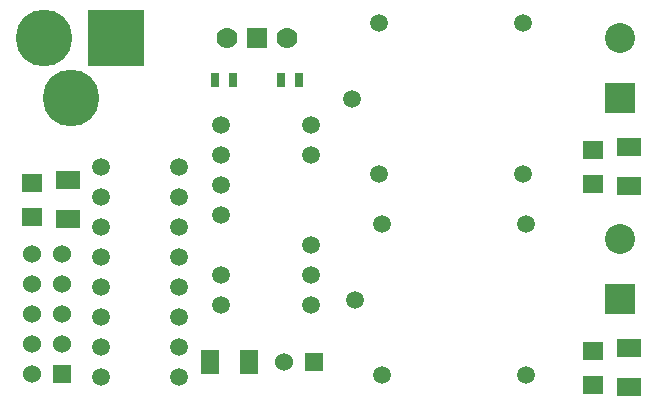
<source format=gts>
G04 (created by PCBNEW (2013-may-18)-stable) date lun 04 jui 2016 15:07:43 CEST*
%MOIN*%
G04 Gerber Fmt 3.4, Leading zero omitted, Abs format*
%FSLAX34Y34*%
G01*
G70*
G90*
G04 APERTURE LIST*
%ADD10C,0.00590551*%
%ADD11C,0.0590551*%
%ADD12R,0.1X0.1*%
%ADD13C,0.1*%
%ADD14R,0.06X0.06*%
%ADD15C,0.06*%
%ADD16C,0.07*%
%ADD17R,0.07X0.07*%
%ADD18C,0.189*%
%ADD19R,0.189X0.189*%
%ADD20R,0.08X0.06*%
%ADD21R,0.0709X0.0629*%
%ADD22R,0.06X0.08*%
%ADD23R,0.025X0.045*%
G04 APERTURE END LIST*
G54D10*
G54D11*
X16700Y-19700D03*
X16700Y-20700D03*
X16700Y-21700D03*
X16700Y-22700D03*
X16700Y-23700D03*
X16700Y-25700D03*
X16700Y-26700D03*
X19300Y-26700D03*
X19300Y-25700D03*
X19300Y-24700D03*
X19300Y-23700D03*
X19300Y-22700D03*
X19300Y-21700D03*
X19300Y-20700D03*
X19300Y-19700D03*
X16700Y-24700D03*
G54D12*
X34000Y-24100D03*
G54D13*
X34000Y-22100D03*
G54D14*
X15400Y-26600D03*
G54D15*
X14400Y-26600D03*
X15400Y-25600D03*
X14400Y-25600D03*
X15400Y-24600D03*
X14400Y-24600D03*
X15400Y-23600D03*
X14400Y-23600D03*
X15400Y-22600D03*
X14400Y-22600D03*
G54D12*
X34000Y-17400D03*
G54D13*
X34000Y-15400D03*
G54D11*
X23700Y-19300D03*
X23700Y-18300D03*
X23700Y-22300D03*
X23700Y-23300D03*
X23700Y-24300D03*
X20700Y-24300D03*
X20700Y-23300D03*
X20700Y-21300D03*
X20700Y-20300D03*
X20700Y-19300D03*
X20700Y-18300D03*
G54D14*
X23800Y-26200D03*
G54D15*
X22800Y-26200D03*
G54D16*
X20900Y-15400D03*
G54D17*
X21900Y-15400D03*
G54D16*
X22900Y-15400D03*
G54D18*
X14800Y-15400D03*
G54D19*
X17200Y-15400D03*
G54D18*
X15700Y-17400D03*
G54D20*
X34300Y-20350D03*
X34300Y-19050D03*
X34300Y-27050D03*
X34300Y-25750D03*
X15600Y-20150D03*
X15600Y-21450D03*
G54D21*
X33100Y-19141D03*
X33100Y-20259D03*
X33100Y-25841D03*
X33100Y-26959D03*
X14400Y-21359D03*
X14400Y-20241D03*
G54D22*
X20350Y-26200D03*
X21650Y-26200D03*
G54D23*
X20500Y-16800D03*
X21100Y-16800D03*
X23300Y-16800D03*
X22700Y-16800D03*
G54D11*
X25052Y-17448D03*
X30761Y-19948D03*
X25958Y-19948D03*
X25958Y-14909D03*
X30761Y-14909D03*
X25152Y-24148D03*
X30861Y-26648D03*
X26058Y-26648D03*
X26058Y-21609D03*
X30861Y-21609D03*
M02*

</source>
